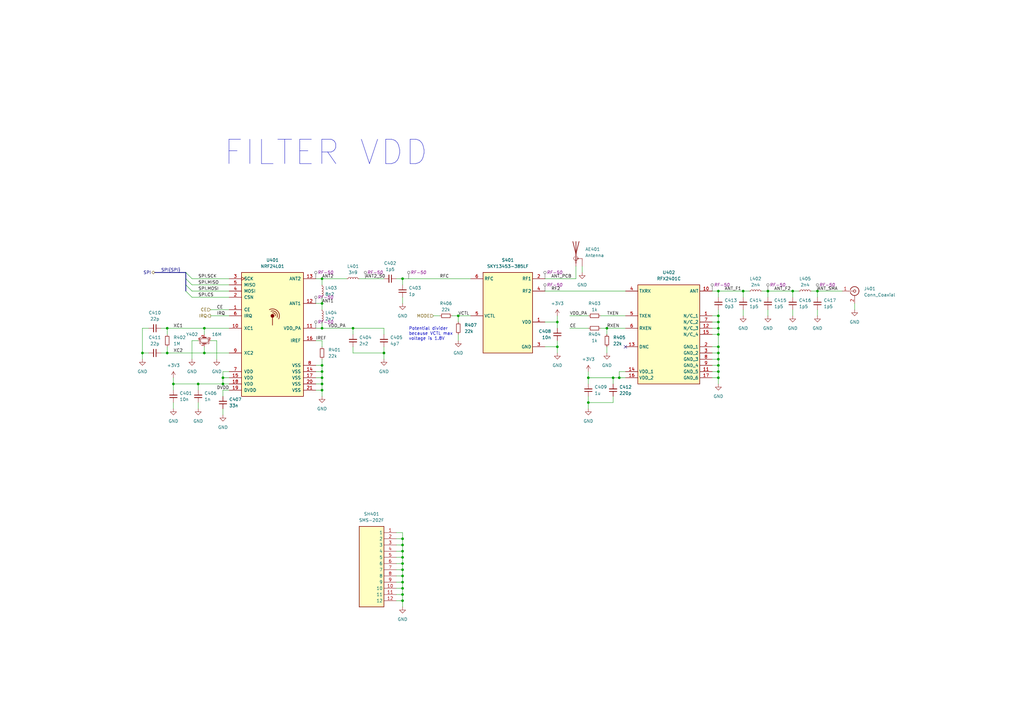
<source format=kicad_sch>
(kicad_sch (version 20231120) (generator "eeschema") (generator_version "8.0")
  (paper "A3")
  (lib_symbols
    (symbol "Connector:Conn_Coaxial" (pin_names (offset 1.016) hide)
      (property "Reference" "J" (at 0.254 3.048 0))
      (property "Value" "Conn_Coaxial" (at 2.921 0 90))
      (symbol "Conn_Coaxial_0_1"
        (arc (start -1.778 -0.508) (mid 0.2311 -1.8066) (end 1.778 0) (stroke (width 0.254)))
        (polyline (pts (xy -2.54 0) (xy -0.508 0)))
        (polyline (pts (xy 0 -2.54) (xy 0 -1.778)))
        (circle (center 0 0) (radius 0.508) (stroke (width 0.2032)))
        (arc (start 1.778 0) (mid 0.2099 1.8101) (end -1.778 0.508) (stroke (width 0.254)))
      )
      (symbol "Conn_Coaxial_1_1"
        (pin passive line (at -5.08 0 0) (length 2.54) (name "In") (number "1"))
        (pin passive line (at 0 -5.08 90) (length 2.54) (name "Ext") (number "2"))
      )
    )
    (symbol "Device:Antenna_Shield" (pin_numbers hide) (pin_names (offset 1.016) hide)
      (property "Reference" "AE" (at -1.905 4.445 0))
      (property "Value" "Antenna_Shield" (at -1.905 2.54 0))
      (symbol "Antenna_Shield_0_1"
        (arc (start -0.508 -1.143) (mid -0.8429 -2.1194) (end 0 -2.667))
        (arc (start 0 -2.667) (mid 0.7989 -2.1052) (end 0.508 -1.143))
        (polyline (pts (xy 0 -2.54) (xy 0 0)))
        (polyline (pts (xy 0 5.08) (xy 0 -3.81)) (stroke (width 0.254)))
        (polyline (pts (xy 0.762 -1.905) (xy 2.54 -1.905)))
        (polyline (pts (xy 2.54 -2.54) (xy 2.54 -1.905)))
        (polyline (pts (xy 1.27 5.08) (xy 0 0) (xy -1.27 5.08)) (stroke (width 0.254)))
        (circle (center 0.762 -1.905) (radius 0.1778) (fill (type outline)))
      )
      (symbol "Antenna_Shield_1_1"
        (pin input line (at 0 -5.08 90) (length 2.54) (name "A") (number "1"))
        (pin input line (at 2.54 -5.08 90) (length 2.54) (name "Shield") (number "2"))
      )
    )
    (symbol "Device:C_Small" (pin_numbers hide) (pin_names (offset 0.254) hide)
      (property "Reference" "C" (at 0.254 1.778 0))
      (property "Value" "C_Small" (at 0.254 -2.032 0))
      (symbol "C_Small_0_1"
        (polyline (pts (xy -1.524 -0.508) (xy 1.524 -0.508)) (stroke (width 0.3302)))
        (polyline (pts (xy -1.524 0.508) (xy 1.524 0.508)) (stroke (width 0.3048)))
      )
      (symbol "C_Small_1_1"
        (pin passive line (at 0 2.54 270) (length 2.032) (name "~") (number "1"))
        (pin passive line (at 0 -2.54 90) (length 2.032) (name "~") (number "2"))
      )
    )
    (symbol "Device:Crystal_GND24_Small" (pin_names (offset 1.016) hide)
      (property "Reference" "Y" (at 1.27 4.445 0))
      (property "Value" "Crystal_GND24_Small" (at 1.27 2.54 0))
      (symbol "Crystal_GND24_Small_0_1"
        (rectangle (start -0.762 -1.524) (end 0.762 1.524))
        (polyline (pts (xy -1.27 -0.762) (xy -1.27 0.762)) (stroke (width 0.381)))
        (polyline (pts (xy 1.27 -0.762) (xy 1.27 0.762)) (stroke (width 0.381)))
        (polyline (pts (xy -1.27 -1.27) (xy -1.27 -1.905) (xy 1.27 -1.905) (xy 1.27 -1.27)))
        (polyline (pts (xy -1.27 1.27) (xy -1.27 1.905) (xy 1.27 1.905) (xy 1.27 1.27)))
      )
      (symbol "Crystal_GND24_Small_1_1"
        (pin passive line (at -2.54 0 0) (length 1.27) (name "1") (number "1"))
        (pin passive line (at 0 -2.54 90) (length 0.635) (name "2") (number "2"))
        (pin passive line (at 2.54 0 180) (length 1.27) (name "3") (number "3"))
        (pin passive line (at 0 2.54 270) (length 0.635) (name "4") (number "4"))
      )
    )
    (symbol "Device:L_Small" (pin_numbers hide) (pin_names (offset 0.254) hide)
      (property "Reference" "L" (at 0.762 1.016 0))
      (property "Value" "L_Small" (at 0.762 -1.016 0))
      (symbol "L_Small_0_1"
        (arc (start 0 -2.032) (mid 0.5058 -1.524) (end 0 -1.016))
        (arc (start 0 -1.016) (mid 0.5058 -0.508) (end 0 0))
        (arc (start 0 0) (mid 0.5058 0.508) (end 0 1.016))
        (arc (start 0 1.016) (mid 0.5058 1.524) (end 0 2.032))
      )
      (symbol "L_Small_1_1"
        (pin passive line (at 0 2.54 270) (length 0.508) (name "~") (number "1"))
        (pin passive line (at 0 -2.54 90) (length 0.508) (name "~") (number "2"))
      )
    )
    (symbol "Device:R_Small" (pin_numbers hide) (pin_names (offset 0.254) hide)
      (property "Reference" "R" (at 0.762 0.508 0))
      (property "Value" "R_Small" (at 0.762 -1.016 0))
      (symbol "R_Small_0_1"
        (rectangle (start -0.762 1.778) (end 0.762 -1.778) (stroke (width 0.2032)))
      )
      (symbol "R_Small_1_1"
        (pin passive line (at 0 2.54 270) (length 0.762) (name "~") (number "1"))
        (pin passive line (at 0 -2.54 90) (length 0.762) (name "~") (number "2"))
      )
    )
    (symbol "RFX2401C:RFX2401C"
      (property "Reference" "U" (at 0 22.86 0))
      (property "Value" "RFX2401C" (at 0 20.32 0))
      (symbol "RFX2401C_1_1"
        (rectangle (start -12.7 17.78) (end 12.7 -22.86) (stroke (width 0.254)) (fill (type background)))
        (pin passive line (at 17.78 5.08 180) (length 5.08) (name "N/C_1") (number "1"))
        (pin passive line (at 17.78 15.24 180) (length 5.08) (name "ANT") (number "10"))
        (pin passive line (at 17.78 -17.78 180) (length 5.08) (name "GND_5") (number "11"))
        (pin passive line (at 17.78 0 180) (length 5.08) (name "N/C_3") (number "12"))
        (pin passive line (at -17.78 -7.62 0) (length 5.08) (name "DNC") (number "13"))
        (pin passive line (at -17.78 -17.78 0) (length 5.08) (name "VDD_1") (number "14"))
        (pin passive line (at 17.78 -2.54 180) (length 5.08) (name "N/C_4") (number "15"))
        (pin passive line (at -17.78 -20.32 0) (length 5.08) (name "VDD_2") (number "16"))
        (pin passive line (at 17.78 -20.32 180) (length 5.08) (name "GND_6") (number "17"))
        (pin passive line (at 17.78 -7.62 180) (length 5.08) (name "GND_1") (number "2"))
        (pin passive line (at 17.78 -10.16 180) (length 5.08) (name "GND_2") (number "3"))
        (pin passive line (at -17.78 15.24 0) (length 5.08) (name "TXRX") (number "4"))
        (pin passive line (at -17.78 5.08 0) (length 5.08) (name "TXEN") (number "5"))
        (pin passive line (at -17.78 0 0) (length 5.08) (name "RXEN") (number "6"))
        (pin passive line (at 17.78 2.54 180) (length 5.08) (name "N/C_2") (number "7"))
        (pin passive line (at 17.78 -12.7 180) (length 5.08) (name "GND_3") (number "8"))
        (pin passive line (at 17.78 -15.24 180) (length 5.08) (name "GND_4") (number "9"))
      )
    )
    (symbol "SKY13453-385LF:SKY13453-385LF"
      (property "Reference" "S" (at 0 22.86 0))
      (property "Value" "SKY13453-385LF" (at 0 20.32 0))
      (symbol "SKY13453-385LF_1_1"
        (rectangle (start -10.16 17.78) (end 10.16 -15.24) (stroke (width 0.254)) (fill (type background)))
        (pin passive line (at 15.24 -2.54 180) (length 5.08) (name "VDD") (number "1"))
        (pin passive line (at 15.24 15.24 180) (length 5.08) (name "RF1") (number "2"))
        (pin passive line (at 15.24 -12.7 180) (length 5.08) (name "GND") (number "3"))
        (pin passive line (at 15.24 10.16 180) (length 5.08) (name "RF2") (number "4"))
        (pin passive line (at -15.24 0 0) (length 5.08) (name "VCTL") (number "5"))
        (pin passive line (at -15.24 15.24 0) (length 5.08) (name "RFC") (number "6"))
      )
    )
    (symbol "SMS-202F:SMS-202F"
      (property "Reference" "SH" (at 0 12.7 0))
      (property "Value" "SMS-202F" (at 0 10.16 0))
      (symbol "SMS-202F_1_1"
        (rectangle (start -5.08 7.62) (end 5.08 -25.4) (stroke (width 0.254)) (fill (type background)))
        (pin passive line (at 10.16 5.08 180) (length 5.08) (name "1") (number "1"))
        (pin passive line (at 10.16 -17.78 180) (length 5.08) (name "10") (number "10"))
        (pin passive line (at 10.16 -20.32 180) (length 5.08) (name "11") (number "11"))
        (pin passive line (at 10.16 -22.86 180) (length 5.08) (name "12") (number "12"))
        (pin passive line (at 10.16 2.54 180) (length 5.08) (name "2") (number "2"))
        (pin passive line (at 10.16 0 180) (length 5.08) (name "3") (number "3"))
        (pin passive line (at 10.16 -2.54 180) (length 5.08) (name "4") (number "4"))
        (pin passive line (at 10.16 -5.08 180) (length 5.08) (name "5") (number "5"))
        (pin passive line (at 10.16 -7.62 180) (length 5.08) (name "6") (number "6"))
        (pin passive line (at 10.16 -10.16 180) (length 5.08) (name "7") (number "7"))
        (pin passive line (at 10.16 -12.7 180) (length 5.08) (name "8") (number "8"))
        (pin passive line (at 10.16 -15.24 180) (length 5.08) (name "9") (number "9"))
      )
    )
    (symbol "SSL_Symbols:NRF24L01" (pin_names (offset 1.016))
      (property "Reference" "U" (at 0 27.94 0))
      (property "Value" "NRF24L01" (at 0 25.4 0))
      (symbol "NRF24L01_0_1"
        (rectangle (start -12.7 22.86) (end 12.7 -27.94) (stroke (width 0.254)) (fill (type background)))
        (polyline (pts (xy 0 4.445) (xy 0 1.27)) (stroke (width 0.254)))
        (circle (center 0 5.08) (radius 0.635) (stroke (width 0.254)) (fill (type outline)))
        (arc (start 1.27 5.08) (mid 0.9071 5.9946) (end 0 6.35) (stroke (width 0.254)))
        (arc (start 1.905 4.445) (mid 1.4313 6.5254) (end -0.635 6.985) (stroke (width 0.254)))
        (arc (start 2.54 3.81) (mid 2.008 7.088) (end -1.27 7.62) (stroke (width 0.254)))
        (rectangle (start 11.43 -13.97) (end 11.43 -13.97))
      )
      (symbol "NRF24L01_1_1"
        (pin input line (at -17.78 7.62 0) (length 5.08) (name "CE") (number "1"))
        (pin passive line (at -17.78 0 0) (length 5.08) (name "XC1") (number "10"))
        (pin power_out line (at 17.78 0 180) (length 5.08) (name "VDD_PA") (number "11"))
        (pin passive line (at 17.78 10.16 180) (length 5.08) (name "ANT1") (number "12"))
        (pin passive line (at 17.78 20.32 180) (length 5.08) (name "ANT2") (number "13"))
        (pin power_in line (at 17.78 -17.78 180) (length 5.08) (name "VSS") (number "14"))
        (pin power_in line (at -17.78 -20.32 0) (length 5.08) (name "VDD") (number "15"))
        (pin passive line (at 17.78 -5.08 180) (length 5.08) (name "IREF") (number "16"))
        (pin power_in line (at 17.78 -20.32 180) (length 5.08) (name "VSS") (number "17"))
        (pin power_in line (at -17.78 -22.86 0) (length 5.08) (name "VDD") (number "18"))
        (pin power_out line (at -17.78 -25.4 0) (length 5.08) (name "DVDD") (number "19"))
        (pin input line (at -17.78 12.7 0) (length 5.08) (name "CSN") (number "2"))
        (pin power_in line (at 17.78 -22.86 180) (length 5.08) (name "VSS") (number "20"))
        (pin power_in line (at 17.78 -25.4 180) (length 5.08) (name "VSS") (number "21"))
        (pin input clock (at -17.78 20.32 0) (length 5.08) (name "SCK") (number "3"))
        (pin input line (at -17.78 15.24 0) (length 5.08) (name "MOSI") (number "4"))
        (pin output line (at -17.78 17.78 0) (length 5.08) (name "MISO") (number "5"))
        (pin output line (at -17.78 5.08 0) (length 5.08) (name "IRQ") (number "6"))
        (pin power_in line (at -17.78 -17.78 0) (length 5.08) (name "VDD") (number "7"))
        (pin power_in line (at 17.78 -15.24 180) (length 5.08) (name "VSS") (number "8"))
        (pin passive line (at -17.78 -10.16 0) (length 5.08) (name "XC2") (number "9"))
      )
    )
    (symbol "power:+3V3" (power) (pin_names (offset 0))
      (property "Value" "+3V3" (at 0 3.556 0))
      (symbol "+3V3_0_1"
        (polyline (pts (xy -0.762 1.27) (xy 0 2.54)))
        (polyline (pts (xy 0 0) (xy 0 2.54)))
        (polyline (pts (xy 0 2.54) (xy 0.762 1.27)))
      )
      (symbol "+3V3_1_1"
        (pin power_in line (at 0 0 90) (length 0) hide (name "+3V3") (number "1"))
      )
    )
    (symbol "power:GND" (power) (pin_names (offset 0))
      (property "Value" "GND" (at 0 -3.81 0))
      (symbol "GND_0_1"
        (polyline (pts (xy 0 0) (xy 0 -1.27) (xy 1.27 -1.27) (xy 0 -2.54) (xy -1.27 -1.27) (xy 0 -1.27)))
      )
      (symbol "GND_1_1"
        (pin power_in line (at 0 0 270) (length 0) hide (name "GND") (number "1"))
      )
    )
  )
  (bus_alias "SPI" (members "SCK" "MISO" "MOSI" "CS"))
  (junction (at 165.1 228.6))
  (junction (at 294.64 142.24))
  (junction (at 132.08 134.62))
  (junction (at 254 154.94))
  (junction (at 228.6 142.24))
  (junction (at 165.1 226.06))
  (junction (at 83.82 144.78))
  (junction (at 294.64 149.86))
  (junction (at 165.1 236.22))
  (junction (at 294.64 144.78))
  (junction (at 165.1 114.3))
  (junction (at 68.58 134.62))
  (junction (at 294.64 134.62))
  (junction (at 165.1 220.98))
  (junction (at 294.64 132.08))
  (junction (at 294.64 129.54))
  (junction (at 187.96 129.54))
  (junction (at 165.1 233.68))
  (junction (at 132.08 157.48))
  (junction (at 304.8 119.38))
  (junction (at 132.08 149.86))
  (junction (at 241.3 154.94))
  (junction (at 335.28 119.38))
  (junction (at 132.08 124.46))
  (junction (at 71.12 157.48))
  (junction (at 294.64 119.38))
  (junction (at 132.08 160.02))
  (junction (at 132.08 114.3))
  (junction (at 68.58 144.78))
  (junction (at 83.82 134.62))
  (junction (at 241.3 165.1))
  (junction (at 165.1 246.38))
  (junction (at 132.08 152.4))
  (junction (at 294.64 147.32))
  (junction (at 91.44 154.94))
  (junction (at 294.64 154.94))
  (junction (at 294.64 137.16))
  (junction (at 314.96 119.38))
  (junction (at 248.92 134.62))
  (junction (at 58.42 144.78))
  (junction (at 251.46 154.94))
  (junction (at 165.1 238.76))
  (junction (at 228.6 132.08))
  (junction (at 165.1 223.52))
  (junction (at 157.48 144.78))
  (junction (at 325.12 119.38))
  (junction (at 81.28 157.48))
  (junction (at 132.08 154.94))
  (junction (at 91.44 157.48))
  (junction (at 144.78 134.62))
  (junction (at 165.1 231.14))
  (junction (at 165.1 241.3))
  (junction (at 165.1 243.84))
  (junction (at 294.64 152.4))
  (no_connect (at 256.54 142.24))
  (bus_entry (at 76.2 111.76) (size 2.54 2.54))
  (bus_entry (at 76.2 119.38) (size 2.54 2.54))
  (bus_entry (at 76.2 114.3) (size 2.54 2.54))
  (bus_entry (at 76.2 116.84) (size 2.54 2.54))
  (wire (pts (xy 335.28 127) (xy 335.28 129.54)))
  (wire (pts (xy 228.6 142.24) (xy 228.6 144.78)))
  (wire (pts (xy 165.1 231.14) (xy 165.1 233.68)))
  (wire (pts (xy 165.1 246.38) (xy 162.56 246.38)))
  (wire (pts (xy 248.92 134.62) (xy 248.92 137.16)))
  (wire (pts (xy 132.08 162.56) (xy 132.08 160.02)))
  (wire (pts (xy 132.08 152.4) (xy 129.54 152.4)))
  (wire (pts (xy 91.44 160.02) (xy 93.98 160.02)))
  (wire (pts (xy 312.42 119.38) (xy 314.96 119.38)))
  (wire (pts (xy 132.08 134.62) (xy 144.78 134.62)))
  (wire (pts (xy 335.28 119.38) (xy 332.74 119.38)))
  (wire (pts (xy 71.12 157.48) (xy 81.28 157.48)))
  (wire (pts (xy 58.42 144.78) (xy 58.42 147.32)))
  (wire (pts (xy 83.82 134.62) (xy 93.98 134.62)))
  (wire (pts (xy 162.56 114.3) (xy 165.1 114.3)))
  (wire (pts (xy 129.54 160.02) (xy 132.08 160.02)))
  (wire (pts (xy 294.64 147.32) (xy 292.1 147.32)))
  (wire (pts (xy 241.3 152.4) (xy 241.3 154.94)))
  (wire (pts (xy 294.64 154.94) (xy 294.64 157.48)))
  (wire (pts (xy 325.12 127) (xy 325.12 129.54)))
  (wire (pts (xy 81.28 157.48) (xy 91.44 157.48)))
  (wire (pts (xy 294.64 152.4) (xy 292.1 152.4)))
  (wire (pts (xy 68.58 142.24) (xy 68.58 144.78)))
  (wire (pts (xy 165.1 223.52) (xy 162.56 223.52)))
  (wire (pts (xy 251.46 154.94) (xy 251.46 157.48)))
  (wire (pts (xy 132.08 124.46) (xy 132.08 127)))
  (wire (pts (xy 241.3 157.48) (xy 241.3 154.94)))
  (wire (pts (xy 165.1 226.06) (xy 165.1 228.6)))
  (wire (pts (xy 228.6 139.7) (xy 228.6 142.24)))
  (wire (pts (xy 165.1 114.3) (xy 193.04 114.3)))
  (wire (pts (xy 294.64 134.62) (xy 294.64 137.16)))
  (wire (pts (xy 223.52 114.3) (xy 236.22 114.3)))
  (wire (pts (xy 78.74 139.7) (xy 81.28 139.7)))
  (wire (pts (xy 66.04 134.62) (xy 68.58 134.62)))
  (wire (pts (xy 129.54 114.3) (xy 132.08 114.3)))
  (wire (pts (xy 294.64 144.78) (xy 292.1 144.78)))
  (wire (pts (xy 58.42 134.62) (xy 60.96 134.62)))
  (wire (pts (xy 223.52 119.38) (xy 256.54 119.38)))
  (wire (pts (xy 165.1 220.98) (xy 165.1 223.52)))
  (wire (pts (xy 165.1 116.84) (xy 165.1 114.3)))
  (wire (pts (xy 91.44 170.18) (xy 91.44 167.64)))
  (wire (pts (xy 58.42 144.78) (xy 60.96 144.78)))
  (wire (pts (xy 228.6 129.54) (xy 228.6 132.08)))
  (wire (pts (xy 165.1 121.92) (xy 165.1 124.46)))
  (wire (pts (xy 132.08 154.94) (xy 132.08 157.48)))
  (wire (pts (xy 294.64 129.54) (xy 294.64 127)))
  (bus (pts (xy 63.5 111.76) (xy 76.2 111.76)))
  (wire (pts (xy 294.64 137.16) (xy 292.1 137.16)))
  (wire (pts (xy 251.46 154.94) (xy 254 154.94)))
  (wire (pts (xy 294.64 142.24) (xy 292.1 142.24)))
  (wire (pts (xy 294.64 129.54) (xy 292.1 129.54)))
  (wire (pts (xy 165.1 218.44) (xy 165.1 220.98)))
  (wire (pts (xy 165.1 228.6) (xy 162.56 228.6)))
  (wire (pts (xy 165.1 236.22) (xy 165.1 238.76)))
  (wire (pts (xy 71.12 154.94) (xy 71.12 157.48)))
  (wire (pts (xy 223.52 142.24) (xy 228.6 142.24)))
  (wire (pts (xy 132.08 142.24) (xy 132.08 139.7)))
  (wire (pts (xy 165.1 238.76) (xy 162.56 238.76)))
  (wire (pts (xy 241.3 154.94) (xy 251.46 154.94)))
  (wire (pts (xy 165.1 238.76) (xy 165.1 241.3)))
  (wire (pts (xy 91.44 162.56) (xy 91.44 160.02)))
  (wire (pts (xy 294.64 149.86) (xy 292.1 149.86)))
  (wire (pts (xy 294.64 132.08) (xy 292.1 132.08)))
  (wire (pts (xy 254 152.4) (xy 254 154.94)))
  (wire (pts (xy 241.3 162.56) (xy 241.3 165.1)))
  (wire (pts (xy 68.58 144.78) (xy 83.82 144.78)))
  (wire (pts (xy 294.64 132.08) (xy 294.64 134.62)))
  (wire (pts (xy 350.52 124.46) (xy 350.52 127)))
  (wire (pts (xy 177.8 129.54) (xy 180.34 129.54)))
  (wire (pts (xy 132.08 160.02) (xy 132.08 157.48)))
  (wire (pts (xy 165.1 241.3) (xy 162.56 241.3)))
  (wire (pts (xy 144.78 134.62) (xy 157.48 134.62)))
  (wire (pts (xy 228.6 134.62) (xy 228.6 132.08)))
  (wire (pts (xy 325.12 119.38) (xy 327.66 119.38)))
  (wire (pts (xy 165.1 231.14) (xy 162.56 231.14)))
  (wire (pts (xy 58.42 134.62) (xy 58.42 144.78)))
  (wire (pts (xy 132.08 114.3) (xy 142.24 114.3)))
  (wire (pts (xy 132.08 157.48) (xy 129.54 157.48)))
  (wire (pts (xy 71.12 167.64) (xy 71.12 165.1)))
  (wire (pts (xy 187.96 129.54) (xy 187.96 132.08)))
  (wire (pts (xy 256.54 154.94) (xy 254 154.94)))
  (wire (pts (xy 83.82 144.78) (xy 93.98 144.78)))
  (wire (pts (xy 132.08 154.94) (xy 129.54 154.94)))
  (wire (pts (xy 294.64 137.16) (xy 294.64 142.24)))
  (wire (pts (xy 78.74 116.84) (xy 93.98 116.84)))
  (bus (pts (xy 76.2 114.3) (xy 76.2 116.84)))
  (wire (pts (xy 78.74 121.92) (xy 93.98 121.92)))
  (wire (pts (xy 304.8 121.92) (xy 304.8 119.38)))
  (wire (pts (xy 294.64 154.94) (xy 292.1 154.94)))
  (wire (pts (xy 314.96 119.38) (xy 325.12 119.38)))
  (wire (pts (xy 165.1 233.68) (xy 162.56 233.68)))
  (wire (pts (xy 294.64 119.38) (xy 294.64 121.92)))
  (wire (pts (xy 129.54 149.86) (xy 132.08 149.86)))
  (wire (pts (xy 91.44 154.94) (xy 93.98 154.94)))
  (wire (pts (xy 157.48 142.24) (xy 157.48 144.78)))
  (wire (pts (xy 144.78 142.24) (xy 144.78 144.78)))
  (wire (pts (xy 132.08 114.3) (xy 132.08 116.84)))
  (wire (pts (xy 294.64 147.32) (xy 294.64 149.86)))
  (wire (pts (xy 83.82 137.16) (xy 83.82 134.62)))
  (wire (pts (xy 157.48 134.62) (xy 157.48 137.16)))
  (wire (pts (xy 81.28 160.02) (xy 81.28 157.48)))
  (wire (pts (xy 241.3 165.1) (xy 241.3 167.64)))
  (wire (pts (xy 325.12 121.92) (xy 325.12 119.38)))
  (wire (pts (xy 223.52 132.08) (xy 228.6 132.08)))
  (wire (pts (xy 129.54 139.7) (xy 132.08 139.7)))
  (wire (pts (xy 294.64 129.54) (xy 294.64 132.08)))
  (wire (pts (xy 304.8 127) (xy 304.8 129.54)))
  (wire (pts (xy 314.96 121.92) (xy 314.96 119.38)))
  (wire (pts (xy 335.28 121.92) (xy 335.28 119.38)))
  (wire (pts (xy 68.58 134.62) (xy 68.58 137.16)))
  (wire (pts (xy 165.1 236.22) (xy 162.56 236.22)))
  (wire (pts (xy 144.78 134.62) (xy 144.78 137.16)))
  (wire (pts (xy 129.54 124.46) (xy 132.08 124.46)))
  (wire (pts (xy 165.1 220.98) (xy 162.56 220.98)))
  (wire (pts (xy 165.1 243.84) (xy 165.1 246.38)))
  (wire (pts (xy 238.76 109.22) (xy 238.76 111.76)))
  (wire (pts (xy 132.08 124.46) (xy 132.08 121.92)))
  (wire (pts (xy 66.04 144.78) (xy 68.58 144.78)))
  (wire (pts (xy 335.28 119.38) (xy 345.44 119.38)))
  (wire (pts (xy 165.1 218.44) (xy 162.56 218.44)))
  (wire (pts (xy 246.38 129.54) (xy 256.54 129.54)))
  (wire (pts (xy 233.68 129.54) (xy 241.3 129.54)))
  (bus (pts (xy 76.2 111.76) (xy 76.2 114.3)))
  (wire (pts (xy 187.96 129.54) (xy 193.04 129.54)))
  (wire (pts (xy 78.74 114.3) (xy 93.98 114.3)))
  (wire (pts (xy 147.32 114.3) (xy 157.48 114.3)))
  (wire (pts (xy 132.08 132.08) (xy 132.08 134.62)))
  (wire (pts (xy 78.74 119.38) (xy 93.98 119.38)))
  (wire (pts (xy 91.44 152.4) (xy 91.44 154.94)))
  (wire (pts (xy 78.74 147.32) (xy 78.74 139.7)))
  (wire (pts (xy 86.36 127) (xy 93.98 127)))
  (wire (pts (xy 233.68 134.62) (xy 241.3 134.62)))
  (wire (pts (xy 294.64 134.62) (xy 292.1 134.62)))
  (wire (pts (xy 132.08 152.4) (xy 132.08 154.94)))
  (wire (pts (xy 236.22 109.22) (xy 236.22 114.3)))
  (wire (pts (xy 292.1 119.38) (xy 294.64 119.38)))
  (wire (pts (xy 91.44 157.48) (xy 93.98 157.48)))
  (wire (pts (xy 187.96 139.7) (xy 187.96 137.16)))
  (wire (pts (xy 294.64 119.38) (xy 304.8 119.38)))
  (wire (pts (xy 86.36 129.54) (xy 93.98 129.54)))
  (wire (pts (xy 248.92 142.24) (xy 248.92 144.78)))
  (wire (pts (xy 248.92 134.62) (xy 256.54 134.62)))
  (wire (pts (xy 132.08 147.32) (xy 132.08 149.86)))
  (wire (pts (xy 86.36 139.7) (xy 88.9 139.7)))
  (wire (pts (xy 165.1 241.3) (xy 165.1 243.84)))
  (wire (pts (xy 129.54 134.62) (xy 132.08 134.62)))
  (wire (pts (xy 165.1 248.92) (xy 165.1 246.38)))
  (wire (pts (xy 91.44 152.4) (xy 93.98 152.4)))
  (wire (pts (xy 68.58 134.62) (xy 83.82 134.62)))
  (wire (pts (xy 157.48 147.32) (xy 157.48 144.78)))
  (wire (pts (xy 246.38 134.62) (xy 248.92 134.62)))
  (wire (pts (xy 165.1 233.68) (xy 165.1 236.22)))
  (wire (pts (xy 304.8 119.38) (xy 307.34 119.38)))
  (wire (pts (xy 81.28 167.64) (xy 81.28 165.1)))
  (wire (pts (xy 314.96 127) (xy 314.96 129.54)))
  (wire (pts (xy 165.1 226.06) (xy 162.56 226.06)))
  (wire (pts (xy 185.42 129.54) (xy 187.96 129.54)))
  (wire (pts (xy 241.3 165.1) (xy 251.46 165.1)))
  (wire (pts (xy 165.1 228.6) (xy 165.1 231.14)))
  (wire (pts (xy 251.46 162.56) (xy 251.46 165.1)))
  (wire (pts (xy 294.64 149.86) (xy 294.64 152.4)))
  (bus (pts (xy 76.2 116.84) (xy 76.2 119.38)))
  (wire (pts (xy 165.1 243.84) (xy 162.56 243.84)))
  (wire (pts (xy 132.08 149.86) (xy 132.08 152.4)))
  (wire (pts (xy 71.12 160.02) (xy 71.12 157.48)))
  (wire (pts (xy 88.9 147.32) (xy 88.9 139.7)))
  (wire (pts (xy 294.64 144.78) (xy 294.64 147.32)))
  (wire (pts (xy 294.64 152.4) (xy 294.64 154.94)))
  (wire (pts (xy 254 152.4) (xy 256.54 152.4)))
  (wire (pts (xy 91.44 154.94) (xy 91.44 157.48)))
  (wire (pts (xy 83.82 142.24) (xy 83.82 144.78)))
  (wire (pts (xy 144.78 144.78) (xy 157.48 144.78)))
  (wire (pts (xy 294.64 142.24) (xy 294.64 144.78)))
  (wire (pts (xy 165.1 223.52) (xy 165.1 226.06)))
  (text "FILTER VDD" (at 91.44 68.58 0) (effects (font (size 10 10)) (justify left bottom)))
  (text "Potential divider\nbecause VCTL max\nvoltage is 1.8V" (at 167.64 139.7 0) (effects (font (size 1.27 1.27)) (justify left bottom)))
  (label "RXEN" (at 248.92 134.62 0))
  (label "ANT1" (at 132.08 124.46 0))
  (label "XC2" (at 71.12 144.78 0))
  (label "DVDD" (at 93.98 160.02 180))
  (label "IRQ" (at 88.9 129.54 0))
  (label "TXEN" (at 248.92 129.54 0))
  (label "CE" (at 233.68 134.62 0))
  (label "IREF" (at 129.54 139.7 0))
  (label "CE" (at 88.9 127 0))
  (label "ANT_F2" (at 317.5 119.38 0))
  (label "ANT_F1" (at 297.18 119.38 0))
  (label "RFC" (at 180.34 114.3 0))
  (label "ANT_PCB" (at 226.06 114.3 0))
  (label "SPI.SCK" (at 81.28 114.3 0))
  (label "XC1" (at 71.12 134.62 0))
  (label "VDD_PA" (at 134.62 134.62 0))
  (label "ANT2_50" (at 149.86 114.3 0))
  (label "ANT2" (at 132.08 114.3 0))
  (label "SPI.MOSI" (at 81.28 119.38 0))
  (label "SPI.MISO" (at 81.28 116.84 0))
  (label "VCTL" (at 187.96 129.54 0))
  (label "VDD_PA" (at 233.68 129.54 0))
  (label "SPI.CS" (at 81.28 121.92 0))
  (label "RF2" (at 226.06 119.38 0))
  (label "SPI{SPI}" (at 66.04 111.76 0))
  (label "ANT_SMA" (at 335.28 119.38 0))
  (hierarchical_label "SPI" (shape bidirectional) (at 63.5 111.76 180))
  (hierarchical_label "IRQ" (shape output) (at 86.36 129.54 180))
  (hierarchical_label "MODE" (shape input) (at 177.8 129.54 180))
  (hierarchical_label "CE" (shape input) (at 86.36 127 180))
  (netclass_flag "" (length 2.54) (shape round) (at 129.54 124.46 0) (property "Netclass" "RF-50" (at 130.2385 121.92 0) (effects (font (italic yes)) (justify left))))
  (netclass_flag "" (length 2.54) (shape round) (at 292.1 119.38 0) (property "Netclass" "RF-50" (at 292.7985 116.84 0) (effects (font (italic yes)) (justify left))))
  (netclass_flag "" (length 2.54) (shape round) (at 129.54 114.3 0) (property "Netclass" "RF-50" (at 130.2385 111.76 0) (effects (font (italic yes)) (justify left))))
  (netclass_flag "" (length 2.54) (shape round) (at 129.54 134.62 0) (property "Netclass" "RF-50" (at 130.2385 132.08 0) (effects (font (italic yes)) (justify left))))
  (netclass_flag "" (length 2.54) (shape round) (at 335.28 119.38 0) (property "Netclass" "RF-50" (at 335.9785 116.84 0) (effects (font (italic yes)) (justify left))))
  (netclass_flag "" (length 2.54) (shape round) (at 223.52 119.38 0) (property "Netclass" "RF-50" (at 224.2185 116.84 0) (effects (font (italic yes)) (justify left))))
  (netclass_flag "" (length 2.54) (shape round) (at 223.52 114.3 0) (property "Netclass" "RF-50" (at 224.2185 111.76 0) (effects (font (italic yes)) (justify left))))
  (netclass_flag "" (length 2.54) (shape round) (at 149.86 114.3 0) (property "Netclass" "RF-50" (at 150.5585 111.76 0) (effects (font (italic yes)) (justify left))))
  (netclass_flag "" (length 2.54) (shape round) (at 314.96 119.38 0) (property "Netclass" "RF-50" (at 315.6585 116.84 0) (effects (font (italic yes)) (justify left))))
  (netclass_flag "" (length 2.54) (shape round) (at 167.64 114.3 0) (property "Netclass" "RF-50" (at 168.3385 111.76 0) (effects (font (italic yes)) (justify left))))
  (symbol (lib_id "power:+3V3") (at 241.3 152.4 0) (unit 1)
    (property "Reference" "#PWR0414" (effects (hide yes)))
    (property "Value" "+3V3" (at 241.3 147.32 0))
  )
  (symbol (lib_id "Device:C_Small") (at 81.28 162.56 180) (unit 1)
    (property "Reference" "C406" (at 83.82 161.2836 0) (effects (justify right)))
    (property "Value" "1n" (at 83.82 163.8236 0) (effects (justify right)))
    (property "Footprint" "Capacitor_SMD:C_0402_1005Metric" (effects (hide yes)))
  )
  (symbol (lib_id "Device:L_Small") (at 330.2 119.38 270) (mirror x) (unit 1)
    (property "Reference" "L405" (at 330.2 114.3 90))
    (property "Value" "2n4" (at 330.2 116.84 90))
    (property "Footprint" "Inductor_SMD:L_0402_1005Metric" (effects (hide yes)))
  )
  (symbol (lib_id "Connector:Conn_Coaxial") (at 350.52 119.38 0) (unit 1)
    (property "Reference" "J401" (at 354.33 118.4032 0) (effects (justify left)))
    (property "Value" "Conn_Coaxial" (at 354.33 120.9432 0) (effects (justify left)))
    (property "Footprint" "SSL Footprints:SMA_Amphenol_901-143_Horizontal" (effects (hide yes)))
    (property "Datasheet" " ~" (effects (hide yes)))
  )
  (symbol (lib_id "Device:C_Small") (at 241.3 160.02 180) (unit 1)
    (property "Reference" "C409" (at 243.84 158.7436 0) (effects (justify right)))
    (property "Value" "1u" (at 243.84 161.2836 0) (effects (justify right)))
    (property "Footprint" "Capacitor_SMD:C_0402_1005Metric" (effects (hide yes)))
  )
  (symbol (lib_id "power:GND") (at 238.76 111.76 0) (unit 1)
    (property "Reference" "#PWR0422" (effects (hide yes)))
    (property "Value" "GND" (at 238.76 116.84 0))
  )
  (symbol (lib_id "Device:C_Small") (at 251.46 160.02 180) (unit 1)
    (property "Reference" "C412" (at 254 158.7436 0) (effects (justify right)))
    (property "Value" "220p" (at 254 161.2836 0) (effects (justify right)))
    (property "Footprint" "Capacitor_SMD:C_0402_1005Metric" (effects (hide yes)))
  )
  (symbol (lib_id "power:GND") (at 241.3 167.64 0) (unit 1)
    (property "Reference" "#PWR0410" (effects (hide yes)))
    (property "Value" "GND" (at 241.3 172.72 0))
  )
  (symbol (lib_id "power:GND") (at 294.64 157.48 0) (unit 1)
    (property "Reference" "#PWR0415" (effects (hide yes)))
    (property "Value" "GND" (at 294.64 162.56 0))
  )
  (symbol (lib_id "power:GND") (at 350.52 127 0) (unit 1)
    (property "Reference" "#PWR0413" (effects (hide yes)))
    (property "Value" "GND" (at 350.52 132.08 0))
  )
  (symbol (lib_id "Device:R_Small") (at 243.84 134.62 90) (mirror x) (unit 1)
    (property "Reference" "R404" (at 243.84 137.16 90))
    (property "Value" "1k" (at 243.84 139.7 90))
    (property "Footprint" "Resistor_SMD:R_0402_1005Metric" (effects (hide yes)))
  )
  (symbol (lib_id "Device:C_Small") (at 314.96 124.46 180) (unit 1)
    (property "Reference" "C415" (at 317.5 123.1836 0) (effects (justify right)))
    (property "Value" "1p5" (at 317.5 125.7236 0) (effects (justify right)))
    (property "Footprint" "Capacitor_SMD:C_0402_1005Metric" (effects (hide yes)))
  )
  (symbol (lib_id "Device:Crystal_GND24_Small") (at 83.82 139.7 90) (unit 1)
    (property "Reference" "Y402" (at 78.74 137.16 90))
    (property "Value" "16M" (at 88.9 137.16 90))
    (property "Footprint" "Oscillator:Oscillator_SMD_Abracon_ASE-4Pin_3.2x2.5mm" (effects (hide yes)))
    (property "Mfr Part No." "ABM8W-16.0000MHZ-8-K1Z-T3" (effects (hide yes)))
  )
  (symbol (lib_id "power:GND") (at 58.42 147.32 0) (unit 1)
    (property "Reference" "#PWR0408" (effects (hide yes)))
    (property "Value" "GND" (at 58.42 152.4 0))
  )
  (symbol (lib_id "power:GND") (at 165.1 248.92 0) (unit 1)
    (property "Reference" "#PWR0421" (effects (hide yes)))
    (property "Value" "GND" (at 165.1 254 0))
  )
  (symbol (lib_id "power:GND") (at 304.8 129.54 0) (unit 1)
    (property "Reference" "#PWR0417" (effects (hide yes)))
    (property "Value" "GND" (at 304.8 134.62 0))
  )
  (symbol (lib_id "power:+3V3") (at 228.6 129.54 0) (unit 1)
    (property "Reference" "#PWR0412" (effects (hide yes)))
    (property "Value" "+3V3" (at 228.6 124.46 0))
  )
  (symbol (lib_id "Device:C_Small") (at 63.5 144.78 270) (unit 1)
    (property "Reference" "C411" (at 63.4936 138.43 90))
    (property "Value" "22p" (at 63.4936 140.97 90))
    (property "Footprint" "Capacitor_SMD:C_0402_1005Metric" (effects (hide yes)))
  )
  (symbol (lib_id "power:GND") (at 314.96 129.54 0) (unit 1)
    (property "Reference" "#PWR0418" (effects (hide yes)))
    (property "Value" "GND" (at 314.96 134.62 0))
  )
  (symbol (lib_id "power:GND") (at 81.28 167.64 0) (unit 1)
    (property "Reference" "#PWR0406" (effects (hide yes)))
    (property "Value" "GND" (at 81.28 172.72 0))
  )
  (symbol (lib_id "Device:R_Small") (at 187.96 134.62 0) (unit 1)
    (property "Reference" "R407" (at 190.5 133.35 0) (effects (justify left)))
    (property "Value" "22k" (at 190.5 135.89 0) (effects (justify left)))
    (property "Footprint" "Resistor_SMD:R_0402_1005Metric" (effects (hide yes)))
  )
  (symbol (lib_id "Device:C_Small") (at 157.48 139.7 180) (unit 1)
    (property "Reference" "C405" (at 160.02 138.4236 0) (effects (justify right)))
    (property "Value" "4p7" (at 160.02 140.9636 0) (effects (justify right)))
    (property "Footprint" "Capacitor_SMD:C_0402_1005Metric" (effects (hide yes)))
  )
  (symbol (lib_id "Device:R_Small") (at 243.84 129.54 90) (unit 1)
    (property "Reference" "R403" (at 243.84 124.46 90))
    (property "Value" "1k" (at 243.84 127 90))
    (property "Footprint" "Resistor_SMD:R_0402_1005Metric" (effects (hide yes)))
  )
  (symbol (lib_id "power:GND") (at 88.9 147.32 0) (unit 1)
    (property "Reference" "#PWR0424" (effects (hide yes)))
    (property "Value" "GND" (at 88.9 152.4 0))
  )
  (symbol (lib_id "Device:C_Small") (at 165.1 119.38 180) (unit 1)
    (property "Reference" "C403" (at 167.64 118.1036 0) (effects (justify right)))
    (property "Value" "1p" (at 167.64 120.6436 0) (effects (justify right)))
    (property "Footprint" "Capacitor_SMD:C_0402_1005Metric" (effects (hide yes)))
  )
  (symbol (lib_id "Device:C_Small") (at 160.02 114.3 270) (unit 1)
    (property "Reference" "C402" (at 160.0136 107.95 90))
    (property "Value" "1p5" (at 160.0136 110.49 90))
    (property "Footprint" "Capacitor_SMD:C_0402_1005Metric" (effects (hide yes)))
  )
  (symbol (lib_id "SKY13453-385LF:SKY13453-385LF") (at 208.28 129.54 0) (unit 1)
    (property "Reference" "S401" (at 208.28 106.68 0))
    (property "Value" "SKY13453-385LF" (at 208.28 109.22 0))
    (property "Footprint" "SSL Footprints:SKY13453385LF" (effects (hide yes)))
    (property "Datasheet" "https://datasheet.datasheetarchive.com/originals/distributors/DKDS-19/379234.pdf" (effects (hide yes)))
    (property "Height" "0.5" (effects (hide yes)))
    (property "Mouser Part Number" "873-SKY13453-385LF" (effects (hide yes)))
    (property "Mouser Price/Stock" "https://www.mouser.co.uk/ProductDetail/Skyworks-Solutions-Inc/SKY13453-385LF?qs=yY2CsyLqCOEmsrQn3jVPZQ%3D%3D" (effects (hide yes)))
    (property "Manufacturer_Name" "Skyworks" (effects (hide yes)))
    (property "Manufacturer_Part_Number" "SKY13453-385LF" (effects (hide yes)))
  )
  (symbol (lib_id "power:GND") (at 165.1 124.46 0) (unit 1)
    (property "Reference" "#PWR0401" (effects (hide yes)))
    (property "Value" "GND" (at 165.1 129.54 0))
  )
  (symbol (lib_id "Device:L_Small") (at 132.08 119.38 0) (unit 1)
    (property "Reference" "L403" (at 133.35 118.11 0) (effects (justify left)))
    (property "Value" "8n2" (at 133.35 120.65 0) (effects (justify left)))
    (property "Footprint" "Inductor_SMD:L_0402_1005Metric" (effects (hide yes)))
  )
  (symbol (lib_id "power:+3V3") (at 71.12 154.94 0) (unit 1)
    (property "Reference" "#PWR0404" (effects (hide yes)))
    (property "Value" "+3V3" (at 71.12 149.86 0))
  )
  (symbol (lib_id "Device:C_Small") (at 63.5 134.62 270) (unit 1)
    (property "Reference" "C410" (at 63.4936 128.27 90))
    (property "Value" "22p" (at 63.4936 130.81 90))
    (property "Footprint" "Capacitor_SMD:C_0402_1005Metric" (effects (hide yes)))
  )
  (symbol (lib_id "power:GND") (at 91.44 170.18 0) (unit 1)
    (property "Reference" "#PWR0407" (effects (hide yes)))
    (property "Value" "GND" (at 91.44 175.26 0))
  )
  (symbol (lib_id "power:GND") (at 325.12 129.54 0) (unit 1)
    (property "Reference" "#PWR0419" (effects (hide yes)))
    (property "Value" "GND" (at 325.12 134.62 0))
  )
  (symbol (lib_id "power:GND") (at 157.48 147.32 0) (unit 1)
    (property "Reference" "#PWR0402" (effects (hide yes)))
    (property "Value" "GND" (at 157.48 152.4 0))
  )
  (symbol (lib_id "power:GND") (at 187.96 139.7 0) (unit 1)
    (property "Reference" "#PWR0411" (effects (hide yes)))
    (property "Value" "GND" (at 187.96 144.78 0))
  )
  (symbol (lib_id "Device:C_Small") (at 294.64 124.46 180) (unit 1)
    (property "Reference" "C413" (at 297.18 123.1836 0) (effects (justify right)))
    (property "Value" "0p3" (at 297.18 125.7236 0) (effects (justify right)))
    (property "Footprint" "Capacitor_SMD:C_0402_1005Metric" (effects (hide yes)))
  )
  (symbol (lib_id "power:GND") (at 78.74 147.32 0) (unit 1)
    (property "Reference" "#PWR0423" (effects (hide yes)))
    (property "Value" "GND" (at 78.74 152.4 0))
  )
  (symbol (lib_id "Device:R_Small") (at 248.92 139.7 0) (unit 1)
    (property "Reference" "R405" (at 251.46 138.43 0) (effects (justify left)))
    (property "Value" "22k" (at 251.46 140.97 0) (effects (justify left)))
    (property "Footprint" "Resistor_SMD:R_0402_1005Metric" (effects (hide yes)))
  )
  (symbol (lib_id "Device:C_Small") (at 304.8 124.46 180) (unit 1)
    (property "Reference" "C414" (at 307.34 123.1836 0) (effects (justify right)))
    (property "Value" "1p5" (at 307.34 125.7236 0) (effects (justify right)))
    (property "Footprint" "Capacitor_SMD:C_0402_1005Metric" (effects (hide yes)))
  )
  (symbol (lib_id "power:GND") (at 335.28 129.54 0) (unit 1)
    (property "Reference" "#PWR0420" (effects (hide yes)))
    (property "Value" "GND" (at 335.28 134.62 0))
  )
  (symbol (lib_id "RFX2401C:RFX2401C") (at 274.32 134.62 0) (unit 1)
    (property "Reference" "U402" (at 274.32 111.76 0))
    (property "Value" "RFX2401C" (at 274.32 114.3 0))
    (property "Footprint" "SSL Footprints:QFN50P300X300X60-17N-D" (effects (hide yes)))
    (property "Height" "0.6" (effects (hide yes)))
    (property "Mouser Part Number" "477-RFX2401C" (effects (hide yes)))
    (property "Mouser Price/Stock" "https://www.mouser.co.uk/ProductDetail/Skyworks-Solutions-Inc/RFX2401C?qs=dBWc1juS%252B3ydEXrKsuxQ7A%3D%3D" (effects (hide yes)))
    (property "Manufacturer_Name" "Skyworks" (effects (hide yes)))
    (property "Manufacturer_Part_Number" "RFX2401C" (effects (hide yes)))
  )
  (symbol (lib_id "Device:L_Small") (at 144.78 114.3 270) (mirror x) (unit 1)
    (property "Reference" "L401" (at 144.78 109.22 90))
    (property "Value" "3n9" (at 144.78 111.76 90))
    (property "Footprint" "Inductor_SMD:L_0402_1005Metric" (effects (hide yes)))
  )
  (symbol (lib_id "Device:Antenna_Shield") (at 236.22 104.14 0) (unit 1)
    (property "Reference" "AE401" (at 240.03 102.235 0) (effects (justify left)))
    (property "Value" "Antenna" (at 240.03 104.775 0) (effects (justify left)))
    (property "Footprint" "SSL Footprints:Texas_SWRA117D_2.4GHz_Right" (effects (hide yes)))
  )
  (symbol (lib_id "SSL_Symbols:NRF24L01") (at 111.76 134.62 0) (unit 1)
    (property "Reference" "U401" (at 111.76 106.68 0))
    (property "Value" "NRF24L01" (at 111.76 109.22 0))
    (property "Footprint" "Package_DFN_QFN:QFN-20-1EP_4x4mm_P0.5mm_EP2.5x2.5mm" (effects (hide yes)))
    (property "Datasheet" "http://www.nordicsemi.com/eng/content/download/2730/34105/file/nRF24L01_Product_Specification_v2_0.pdf" (effects (hide yes)))
  )
  (symbol (lib_id "power:GND") (at 228.6 144.78 0) (unit 1)
    (property "Reference" "#PWR0409" (effects (hide yes)))
    (property "Value" "GND" (at 228.6 149.86 0))
  )
  (symbol (lib_id "SMS-202F:SMS-202F") (at 152.4 223.52 0) (unit 1)
    (property "Reference" "SH401" (at 152.4 210.82 0))
    (property "Value" "SMS-202F" (at 152.4 213.36 0))
    (property "Footprint" "SSL Footprints:SMS202F" (effects (hide yes)))
    (property "Datasheet" "https://www.leadertechinc.com/assets/files/EngineeringDrawings/SMS-202.pdf" (effects (hide yes)))
    (property "Height" "3.61" (effects (hide yes)))
    (property "Mouser Part Number" "861-SMS-202F" (effects (hide yes)))
    (property "Mouser Price/Stock" "https://www.mouser.co.uk/ProductDetail/LeaderTech/SMS-202F?qs=u16ybLDytRbgzca11M5g%252BQ%3D%3D" (effects (hide yes)))
    (property "Manufacturer_Name" "Leader Tech Inc." (effects (hide yes)))
    (property "Manufacturer_Part_Number" "SMS-202F" (effects (hide yes)))
  )
  (symbol (lib_id "power:GND") (at 248.92 144.78 0) (unit 1)
    (property "Reference" "#PWR0416" (effects (hide yes)))
    (property "Value" "GND" (at 248.92 149.86 0))
  )
  (symbol (lib_id "Device:L_Small") (at 309.88 119.38 270) (mirror x) (unit 1)
    (property "Reference" "L402" (at 309.88 114.3 90))
    (property "Value" "2n4" (at 309.88 116.84 90))
    (property "Footprint" "Inductor_SMD:L_0402_1005Metric" (effects (hide yes)))
  )
  (symbol (lib_id "power:GND") (at 71.12 167.64 0) (unit 1)
    (property "Reference" "#PWR0405" (effects (hide yes)))
    (property "Value" "GND" (at 71.12 172.72 0))
  )
  (symbol (lib_id "Device:C_Small") (at 91.44 165.1 180) (unit 1)
    (property "Reference" "C407" (at 93.98 163.8236 0) (effects (justify right)))
    (property "Value" "33n" (at 93.98 166.3636 0) (effects (justify right)))
    (property "Footprint" "Capacitor_SMD:C_0402_1005Metric" (effects (hide yes)))
  )
  (symbol (lib_id "Device:R_Small") (at 68.58 139.7 0) (unit 1)
    (property "Reference" "R402" (at 71.12 138.43 0) (effects (justify left)))
    (property "Value" "1M" (at 71.12 140.97 0) (effects (justify left)))
    (property "Footprint" "Resistor_SMD:R_0402_1005Metric" (effects (hide yes)))
  )
  (symbol (lib_id "Device:C_Small") (at 335.28 124.46 180) (unit 1)
    (property "Reference" "C417" (at 337.82 123.1836 0) (effects (justify right)))
    (property "Value" "1p5" (at 337.82 125.7236 0) (effects (justify right)))
    (property "Footprint" "Capacitor_SMD:C_0402_1005Metric" (effects (hide yes)))
  )
  (symbol (lib_id "Device:L_Small") (at 132.08 129.54 0) (unit 1)
    (property "Reference" "L404" (at 133.35 128.27 0) (effects (justify left)))
    (property "Value" "2n7" (at 133.35 130.81 0) (effects (justify left)))
    (property "Footprint" "Inductor_SMD:L_0402_1005Metric" (effects (hide yes)))
  )
  (symbol (lib_id "power:GND") (at 132.08 162.56 0) (unit 1)
    (property "Reference" "#PWR0403" (effects (hide yes)))
    (property "Value" "GND" (at 132.08 167.64 0))
  )
  (symbol (lib_id "Device:R_Small") (at 132.08 144.78 0) (unit 1)
    (property "Reference" "R401" (at 134.62 143.51 0) (effects (justify left)))
    (property "Value" "22k" (at 134.62 146.05 0) (effects (justify left)))
    (property "Footprint" "Resistor_SMD:R_0402_1005Metric" (effects (hide yes)))
  )
  (symbol (lib_id "Device:C_Small") (at 325.12 124.46 180) (unit 1)
    (property "Reference" "C416" (at 327.66 123.1836 0) (effects (justify right)))
    (property "Value" "1p5" (at 327.66 125.7236 0) (effects (justify right)))
    (property "Footprint" "Capacitor_SMD:C_0402_1005Metric" (effects (hide yes)))
  )
  (symbol (lib_id "Device:C_Small") (at 144.78 139.7 180) (unit 1)
    (property "Reference" "C404" (at 147.32 138.4236 0) (effects (justify right)))
    (property "Value" "2n2" (at 147.32 140.9636 0) (effects (justify right)))
    (property "Footprint" "Capacitor_SMD:C_0402_1005Metric" (effects (hide yes)))
  )
  (symbol (lib_id "Device:C_Small") (at 71.12 162.56 180) (unit 1)
    (property "Reference" "C401" (at 73.66 161.2836 0) (effects (justify right)))
    (property "Value" "10n" (at 73.66 163.8236 0) (effects (justify right)))
    (property "Footprint" "Capacitor_SMD:C_0402_1005Metric" (effects (hide yes)))
  )
  (symbol (lib_id "Device:C_Small") (at 228.6 137.16 0) (mirror x) (unit 1)
    (property "Reference" "C408" (at 226.06 135.8836 0) (effects (justify right)))
    (property "Value" "10n" (at 226.06 138.4236 0) (effects (justify right)))
    (property "Footprint" "Capacitor_SMD:C_0402_1005Metric" (effects (hide yes)))
  )
  (symbol (lib_id "Device:R_Small") (at 182.88 129.54 90) (unit 1)
    (property "Reference" "R406" (at 182.88 124.46 90))
    (property "Value" "22k" (at 182.88 127 90))
    (property "Footprint" "Resistor_SMD:R_0402_1005Metric" (effects (hide yes)))
  )
)
</source>
